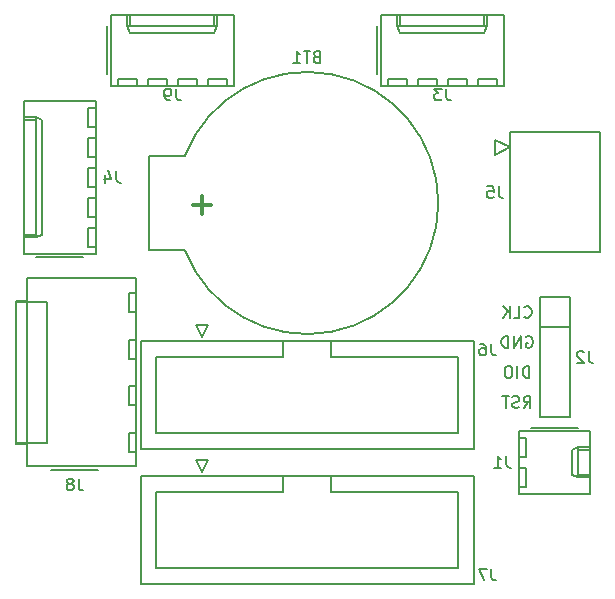
<source format=gbo>
G04 #@! TF.GenerationSoftware,KiCad,Pcbnew,5.1.5+dfsg1-2build2*
G04 #@! TF.CreationDate,2021-05-10T22:18:05+03:00*
G04 #@! TF.ProjectId,HUB75_Clock,48554237-355f-4436-9c6f-636b2e6b6963,rev?*
G04 #@! TF.SameCoordinates,Original*
G04 #@! TF.FileFunction,Legend,Bot*
G04 #@! TF.FilePolarity,Positive*
%FSLAX46Y46*%
G04 Gerber Fmt 4.6, Leading zero omitted, Abs format (unit mm)*
G04 Created by KiCad (PCBNEW 5.1.5+dfsg1-2build2) date 2021-05-10 22:18:05*
%MOMM*%
%LPD*%
G04 APERTURE LIST*
%ADD10C,0.150000*%
%ADD11C,0.120000*%
%ADD12C,0.300000*%
%ADD13C,2.102000*%
%ADD14C,0.100000*%
%ADD15C,3.102000*%
%ADD16C,1.902000*%
%ADD17C,2.502000*%
%ADD18C,1.102000*%
%ADD19O,1.102000X1.102000*%
%ADD20C,6.602000*%
G04 APERTURE END LIST*
D10*
X166827619Y-114342380D02*
X167160952Y-113866190D01*
X167399047Y-114342380D02*
X167399047Y-113342380D01*
X167018095Y-113342380D01*
X166922857Y-113390000D01*
X166875238Y-113437619D01*
X166827619Y-113532857D01*
X166827619Y-113675714D01*
X166875238Y-113770952D01*
X166922857Y-113818571D01*
X167018095Y-113866190D01*
X167399047Y-113866190D01*
X166446666Y-114294761D02*
X166303809Y-114342380D01*
X166065714Y-114342380D01*
X165970476Y-114294761D01*
X165922857Y-114247142D01*
X165875238Y-114151904D01*
X165875238Y-114056666D01*
X165922857Y-113961428D01*
X165970476Y-113913809D01*
X166065714Y-113866190D01*
X166256190Y-113818571D01*
X166351428Y-113770952D01*
X166399047Y-113723333D01*
X166446666Y-113628095D01*
X166446666Y-113532857D01*
X166399047Y-113437619D01*
X166351428Y-113390000D01*
X166256190Y-113342380D01*
X166018095Y-113342380D01*
X165875238Y-113390000D01*
X165589523Y-113342380D02*
X165018095Y-113342380D01*
X165303809Y-114342380D02*
X165303809Y-113342380D01*
X167303809Y-111802380D02*
X167303809Y-110802380D01*
X167065714Y-110802380D01*
X166922857Y-110850000D01*
X166827619Y-110945238D01*
X166780000Y-111040476D01*
X166732380Y-111230952D01*
X166732380Y-111373809D01*
X166780000Y-111564285D01*
X166827619Y-111659523D01*
X166922857Y-111754761D01*
X167065714Y-111802380D01*
X167303809Y-111802380D01*
X166303809Y-111802380D02*
X166303809Y-110802380D01*
X165637142Y-110802380D02*
X165446666Y-110802380D01*
X165351428Y-110850000D01*
X165256190Y-110945238D01*
X165208571Y-111135714D01*
X165208571Y-111469047D01*
X165256190Y-111659523D01*
X165351428Y-111754761D01*
X165446666Y-111802380D01*
X165637142Y-111802380D01*
X165732380Y-111754761D01*
X165827619Y-111659523D01*
X165875238Y-111469047D01*
X165875238Y-111135714D01*
X165827619Y-110945238D01*
X165732380Y-110850000D01*
X165637142Y-110802380D01*
X167041904Y-108310000D02*
X167137142Y-108262380D01*
X167280000Y-108262380D01*
X167422857Y-108310000D01*
X167518095Y-108405238D01*
X167565714Y-108500476D01*
X167613333Y-108690952D01*
X167613333Y-108833809D01*
X167565714Y-109024285D01*
X167518095Y-109119523D01*
X167422857Y-109214761D01*
X167280000Y-109262380D01*
X167184761Y-109262380D01*
X167041904Y-109214761D01*
X166994285Y-109167142D01*
X166994285Y-108833809D01*
X167184761Y-108833809D01*
X166565714Y-109262380D02*
X166565714Y-108262380D01*
X165994285Y-109262380D01*
X165994285Y-108262380D01*
X165518095Y-109262380D02*
X165518095Y-108262380D01*
X165280000Y-108262380D01*
X165137142Y-108310000D01*
X165041904Y-108405238D01*
X164994285Y-108500476D01*
X164946666Y-108690952D01*
X164946666Y-108833809D01*
X164994285Y-109024285D01*
X165041904Y-109119523D01*
X165137142Y-109214761D01*
X165280000Y-109262380D01*
X165518095Y-109262380D01*
X166875238Y-106627142D02*
X166922857Y-106674761D01*
X167065714Y-106722380D01*
X167160952Y-106722380D01*
X167303809Y-106674761D01*
X167399047Y-106579523D01*
X167446666Y-106484285D01*
X167494285Y-106293809D01*
X167494285Y-106150952D01*
X167446666Y-105960476D01*
X167399047Y-105865238D01*
X167303809Y-105770000D01*
X167160952Y-105722380D01*
X167065714Y-105722380D01*
X166922857Y-105770000D01*
X166875238Y-105817619D01*
X165970476Y-106722380D02*
X166446666Y-106722380D01*
X166446666Y-105722380D01*
X165637142Y-106722380D02*
X165637142Y-105722380D01*
X165065714Y-106722380D02*
X165494285Y-106150952D01*
X165065714Y-105722380D02*
X165637142Y-106293809D01*
X141680000Y-86475000D02*
X141680000Y-87075000D01*
X140080000Y-86475000D02*
X141680000Y-86475000D01*
X140080000Y-87075000D02*
X140080000Y-86475000D01*
X139140000Y-86475000D02*
X139140000Y-87075000D01*
X137540000Y-86475000D02*
X139140000Y-86475000D01*
X137540000Y-87075000D02*
X137540000Y-86475000D01*
X136600000Y-86475000D02*
X136600000Y-87075000D01*
X135000000Y-86475000D02*
X136600000Y-86475000D01*
X135000000Y-87075000D02*
X135000000Y-86475000D01*
X134060000Y-86475000D02*
X134060000Y-87075000D01*
X132460000Y-86475000D02*
X134060000Y-86475000D01*
X132460000Y-87075000D02*
X132460000Y-86475000D01*
X140630000Y-81055000D02*
X140630000Y-82055000D01*
X133510000Y-81055000D02*
X133510000Y-82055000D01*
X140630000Y-82585000D02*
X140880000Y-82055000D01*
X133510000Y-82585000D02*
X140630000Y-82585000D01*
X133260000Y-82055000D02*
X133510000Y-82585000D01*
X140880000Y-82055000D02*
X140880000Y-81055000D01*
X133260000Y-82055000D02*
X140880000Y-82055000D01*
X133260000Y-81055000D02*
X133260000Y-82055000D01*
X131590000Y-86045000D02*
X131590000Y-82045000D01*
X142260000Y-87075000D02*
X131880000Y-87075000D01*
X142260000Y-81055000D02*
X142260000Y-87075000D01*
X131880000Y-81055000D02*
X142260000Y-81055000D01*
X131880000Y-87075000D02*
X131880000Y-81055000D01*
X133435000Y-104610000D02*
X134035000Y-104610000D01*
X133435000Y-106210000D02*
X133435000Y-104610000D01*
X134035000Y-106210000D02*
X133435000Y-106210000D01*
X133435000Y-108570000D02*
X134035000Y-108570000D01*
X133435000Y-110170000D02*
X133435000Y-108570000D01*
X134035000Y-110170000D02*
X133435000Y-110170000D01*
X133435000Y-112530000D02*
X134035000Y-112530000D01*
X133435000Y-114130000D02*
X133435000Y-112530000D01*
X134035000Y-114130000D02*
X133435000Y-114130000D01*
X133435000Y-116490000D02*
X134035000Y-116490000D01*
X133435000Y-118090000D02*
X133435000Y-116490000D01*
X134035000Y-118090000D02*
X133435000Y-118090000D01*
X126475000Y-105410000D02*
X123805000Y-105410000D01*
X126475000Y-117290000D02*
X126475000Y-105410000D01*
X123805000Y-117290000D02*
X126475000Y-117290000D01*
X130815000Y-119600000D02*
X126815000Y-119600000D01*
X124810000Y-119310000D02*
X134035000Y-119310000D01*
X123805000Y-117405000D02*
X124810000Y-117405000D01*
X123805000Y-105295000D02*
X123805000Y-117405000D01*
X124810000Y-105295000D02*
X123805000Y-105295000D01*
X124810000Y-103390000D02*
X124810000Y-119310000D01*
X134035000Y-103390000D02*
X124810000Y-103390000D01*
X134035000Y-119310000D02*
X134035000Y-103390000D01*
X129975000Y-88960000D02*
X130575000Y-88960000D01*
X129975000Y-90560000D02*
X129975000Y-88960000D01*
X130575000Y-90560000D02*
X129975000Y-90560000D01*
X129975000Y-91500000D02*
X130575000Y-91500000D01*
X129975000Y-93100000D02*
X129975000Y-91500000D01*
X130575000Y-93100000D02*
X129975000Y-93100000D01*
X129975000Y-94040000D02*
X130575000Y-94040000D01*
X129975000Y-95640000D02*
X129975000Y-94040000D01*
X130575000Y-95640000D02*
X129975000Y-95640000D01*
X129975000Y-96580000D02*
X130575000Y-96580000D01*
X129975000Y-98180000D02*
X129975000Y-96580000D01*
X130575000Y-98180000D02*
X129975000Y-98180000D01*
X129975000Y-99120000D02*
X130575000Y-99120000D01*
X129975000Y-100720000D02*
X129975000Y-99120000D01*
X130575000Y-100720000D02*
X129975000Y-100720000D01*
X124555000Y-90010000D02*
X125555000Y-90010000D01*
X124555000Y-99670000D02*
X125555000Y-99670000D01*
X126085000Y-90010000D02*
X125555000Y-89760000D01*
X126085000Y-99670000D02*
X126085000Y-90010000D01*
X125555000Y-99920000D02*
X126085000Y-99670000D01*
X125555000Y-89760000D02*
X124555000Y-89760000D01*
X125555000Y-99920000D02*
X125555000Y-89760000D01*
X124555000Y-99920000D02*
X125555000Y-99920000D01*
X129545000Y-101590000D02*
X125545000Y-101590000D01*
X130575000Y-88380000D02*
X130575000Y-101300000D01*
X124555000Y-88380000D02*
X130575000Y-88380000D01*
X124555000Y-101300000D02*
X124555000Y-88380000D01*
X130575000Y-101300000D02*
X124555000Y-101300000D01*
X164540000Y-86475000D02*
X164540000Y-87075000D01*
X162940000Y-86475000D02*
X164540000Y-86475000D01*
X162940000Y-87075000D02*
X162940000Y-86475000D01*
X162000000Y-86475000D02*
X162000000Y-87075000D01*
X160400000Y-86475000D02*
X162000000Y-86475000D01*
X160400000Y-87075000D02*
X160400000Y-86475000D01*
X159460000Y-86475000D02*
X159460000Y-87075000D01*
X157860000Y-86475000D02*
X159460000Y-86475000D01*
X157860000Y-87075000D02*
X157860000Y-86475000D01*
X156920000Y-86475000D02*
X156920000Y-87075000D01*
X155320000Y-86475000D02*
X156920000Y-86475000D01*
X155320000Y-87075000D02*
X155320000Y-86475000D01*
X163490000Y-81055000D02*
X163490000Y-82055000D01*
X156370000Y-81055000D02*
X156370000Y-82055000D01*
X163490000Y-82585000D02*
X163740000Y-82055000D01*
X156370000Y-82585000D02*
X163490000Y-82585000D01*
X156120000Y-82055000D02*
X156370000Y-82585000D01*
X163740000Y-82055000D02*
X163740000Y-81055000D01*
X156120000Y-82055000D02*
X163740000Y-82055000D01*
X156120000Y-81055000D02*
X156120000Y-82055000D01*
X154450000Y-86045000D02*
X154450000Y-82045000D01*
X165120000Y-87075000D02*
X154740000Y-87075000D01*
X165120000Y-81055000D02*
X165120000Y-87075000D01*
X154740000Y-81055000D02*
X165120000Y-81055000D01*
X154740000Y-87075000D02*
X154740000Y-81055000D01*
X167025000Y-121040000D02*
X166425000Y-121040000D01*
X167025000Y-119440000D02*
X167025000Y-121040000D01*
X166425000Y-119440000D02*
X167025000Y-119440000D01*
X167025000Y-118500000D02*
X166425000Y-118500000D01*
X167025000Y-116900000D02*
X167025000Y-118500000D01*
X166425000Y-116900000D02*
X167025000Y-116900000D01*
X172445000Y-119990000D02*
X171445000Y-119990000D01*
X172445000Y-117950000D02*
X171445000Y-117950000D01*
X170915000Y-119990000D02*
X171445000Y-120240000D01*
X170915000Y-117950000D02*
X170915000Y-119990000D01*
X171445000Y-117700000D02*
X170915000Y-117950000D01*
X171445000Y-120240000D02*
X172445000Y-120240000D01*
X171445000Y-117700000D02*
X171445000Y-120240000D01*
X172445000Y-117700000D02*
X171445000Y-117700000D01*
X167455000Y-116030000D02*
X171455000Y-116030000D01*
X166425000Y-121620000D02*
X166425000Y-116320000D01*
X172445000Y-121620000D02*
X166425000Y-121620000D01*
X172445000Y-116320000D02*
X172445000Y-121620000D01*
X166425000Y-116320000D02*
X172445000Y-116320000D01*
X140110000Y-118735000D02*
X139610000Y-119735000D01*
X139110000Y-118735000D02*
X140110000Y-118735000D01*
X139610000Y-119735000D02*
X139110000Y-118735000D01*
X150550000Y-121435000D02*
X150550000Y-120125000D01*
D11*
X150550000Y-121435000D02*
X150550000Y-121435000D01*
D10*
X161300000Y-121435000D02*
X150550000Y-121435000D01*
X161300000Y-127935000D02*
X161300000Y-121435000D01*
X135700000Y-127935000D02*
X161300000Y-127935000D01*
X135700000Y-121435000D02*
X135700000Y-127935000D01*
X146450000Y-121435000D02*
X135700000Y-121435000D01*
X146450000Y-120125000D02*
X146450000Y-121435000D01*
X162600000Y-120125000D02*
X134400000Y-120125000D01*
X162600000Y-129245000D02*
X162600000Y-120125000D01*
X134400000Y-129245000D02*
X162600000Y-129245000D01*
X134400000Y-120125000D02*
X134400000Y-129245000D01*
X140110000Y-107305000D02*
X139610000Y-108305000D01*
X139110000Y-107305000D02*
X140110000Y-107305000D01*
X139610000Y-108305000D02*
X139110000Y-107305000D01*
X150550000Y-110005000D02*
X150550000Y-108695000D01*
D11*
X150550000Y-110005000D02*
X150550000Y-110005000D01*
D10*
X161300000Y-110005000D02*
X150550000Y-110005000D01*
X161300000Y-116505000D02*
X161300000Y-110005000D01*
X135700000Y-116505000D02*
X161300000Y-116505000D01*
X135700000Y-110005000D02*
X135700000Y-116505000D01*
X146450000Y-110005000D02*
X135700000Y-110005000D01*
X146450000Y-108695000D02*
X146450000Y-110005000D01*
X162600000Y-108695000D02*
X134400000Y-108695000D01*
X162600000Y-117815000D02*
X162600000Y-108695000D01*
X134400000Y-117815000D02*
X162600000Y-117815000D01*
X134400000Y-108695000D02*
X134400000Y-117815000D01*
X173265000Y-101190000D02*
X173265000Y-91030000D01*
X173265000Y-101190000D02*
X165645000Y-101190000D01*
X165645000Y-101190000D02*
X165645000Y-91030000D01*
X165645000Y-91030000D02*
X173265000Y-91030000D01*
X165645000Y-92300000D02*
X164375000Y-92935000D01*
X164375000Y-92935000D02*
X164375000Y-91665000D01*
X164375000Y-91665000D02*
X165645000Y-92300000D01*
X170725000Y-115160000D02*
X168185000Y-115160000D01*
X170725000Y-105000000D02*
X170725000Y-115160000D01*
X168185000Y-105000000D02*
X168185000Y-115160000D01*
X170725000Y-107540000D02*
X168185000Y-107540000D01*
X170725000Y-105000000D02*
X168185000Y-105000000D01*
X138150000Y-101000000D02*
X135100000Y-101000000D01*
X135100000Y-93000000D02*
X135100000Y-101000000D01*
X138152768Y-92992845D02*
G75*
G02X138150000Y-101000000I10347232J-4007155D01*
G01*
X138150000Y-93000000D02*
X135100000Y-93000000D01*
X137403333Y-87307380D02*
X137403333Y-88021666D01*
X137450952Y-88164523D01*
X137546190Y-88259761D01*
X137689047Y-88307380D01*
X137784285Y-88307380D01*
X136879523Y-88307380D02*
X136689047Y-88307380D01*
X136593809Y-88259761D01*
X136546190Y-88212142D01*
X136450952Y-88069285D01*
X136403333Y-87878809D01*
X136403333Y-87497857D01*
X136450952Y-87402619D01*
X136498571Y-87355000D01*
X136593809Y-87307380D01*
X136784285Y-87307380D01*
X136879523Y-87355000D01*
X136927142Y-87402619D01*
X136974761Y-87497857D01*
X136974761Y-87735952D01*
X136927142Y-87831190D01*
X136879523Y-87878809D01*
X136784285Y-87926428D01*
X136593809Y-87926428D01*
X136498571Y-87878809D01*
X136450952Y-87831190D01*
X136403333Y-87735952D01*
X129148333Y-120327380D02*
X129148333Y-121041666D01*
X129195952Y-121184523D01*
X129291190Y-121279761D01*
X129434047Y-121327380D01*
X129529285Y-121327380D01*
X128529285Y-120755952D02*
X128624523Y-120708333D01*
X128672142Y-120660714D01*
X128719761Y-120565476D01*
X128719761Y-120517857D01*
X128672142Y-120422619D01*
X128624523Y-120375000D01*
X128529285Y-120327380D01*
X128338809Y-120327380D01*
X128243571Y-120375000D01*
X128195952Y-120422619D01*
X128148333Y-120517857D01*
X128148333Y-120565476D01*
X128195952Y-120660714D01*
X128243571Y-120708333D01*
X128338809Y-120755952D01*
X128529285Y-120755952D01*
X128624523Y-120803571D01*
X128672142Y-120851190D01*
X128719761Y-120946428D01*
X128719761Y-121136904D01*
X128672142Y-121232142D01*
X128624523Y-121279761D01*
X128529285Y-121327380D01*
X128338809Y-121327380D01*
X128243571Y-121279761D01*
X128195952Y-121232142D01*
X128148333Y-121136904D01*
X128148333Y-120946428D01*
X128195952Y-120851190D01*
X128243571Y-120803571D01*
X128338809Y-120755952D01*
X132323333Y-94292380D02*
X132323333Y-95006666D01*
X132370952Y-95149523D01*
X132466190Y-95244761D01*
X132609047Y-95292380D01*
X132704285Y-95292380D01*
X131418571Y-94625714D02*
X131418571Y-95292380D01*
X131656666Y-94244761D02*
X131894761Y-94959047D01*
X131275714Y-94959047D01*
X160263333Y-87307380D02*
X160263333Y-88021666D01*
X160310952Y-88164523D01*
X160406190Y-88259761D01*
X160549047Y-88307380D01*
X160644285Y-88307380D01*
X159882380Y-87307380D02*
X159263333Y-87307380D01*
X159596666Y-87688333D01*
X159453809Y-87688333D01*
X159358571Y-87735952D01*
X159310952Y-87783571D01*
X159263333Y-87878809D01*
X159263333Y-88116904D01*
X159310952Y-88212142D01*
X159358571Y-88259761D01*
X159453809Y-88307380D01*
X159739523Y-88307380D01*
X159834761Y-88259761D01*
X159882380Y-88212142D01*
X165343333Y-118422380D02*
X165343333Y-119136666D01*
X165390952Y-119279523D01*
X165486190Y-119374761D01*
X165629047Y-119422380D01*
X165724285Y-119422380D01*
X164343333Y-119422380D02*
X164914761Y-119422380D01*
X164629047Y-119422380D02*
X164629047Y-118422380D01*
X164724285Y-118565238D01*
X164819523Y-118660476D01*
X164914761Y-118708095D01*
X164073333Y-127947380D02*
X164073333Y-128661666D01*
X164120952Y-128804523D01*
X164216190Y-128899761D01*
X164359047Y-128947380D01*
X164454285Y-128947380D01*
X163692380Y-127947380D02*
X163025714Y-127947380D01*
X163454285Y-128947380D01*
X164073333Y-108897380D02*
X164073333Y-109611666D01*
X164120952Y-109754523D01*
X164216190Y-109849761D01*
X164359047Y-109897380D01*
X164454285Y-109897380D01*
X163168571Y-108897380D02*
X163359047Y-108897380D01*
X163454285Y-108945000D01*
X163501904Y-108992619D01*
X163597142Y-109135476D01*
X163644761Y-109325952D01*
X163644761Y-109706904D01*
X163597142Y-109802142D01*
X163549523Y-109849761D01*
X163454285Y-109897380D01*
X163263809Y-109897380D01*
X163168571Y-109849761D01*
X163120952Y-109802142D01*
X163073333Y-109706904D01*
X163073333Y-109468809D01*
X163120952Y-109373571D01*
X163168571Y-109325952D01*
X163263809Y-109278333D01*
X163454285Y-109278333D01*
X163549523Y-109325952D01*
X163597142Y-109373571D01*
X163644761Y-109468809D01*
X164708333Y-95562380D02*
X164708333Y-96276666D01*
X164755952Y-96419523D01*
X164851190Y-96514761D01*
X164994047Y-96562380D01*
X165089285Y-96562380D01*
X163755952Y-95562380D02*
X164232142Y-95562380D01*
X164279761Y-96038571D01*
X164232142Y-95990952D01*
X164136904Y-95943333D01*
X163898809Y-95943333D01*
X163803571Y-95990952D01*
X163755952Y-96038571D01*
X163708333Y-96133809D01*
X163708333Y-96371904D01*
X163755952Y-96467142D01*
X163803571Y-96514761D01*
X163898809Y-96562380D01*
X164136904Y-96562380D01*
X164232142Y-96514761D01*
X164279761Y-96467142D01*
X172328333Y-109532380D02*
X172328333Y-110246666D01*
X172375952Y-110389523D01*
X172471190Y-110484761D01*
X172614047Y-110532380D01*
X172709285Y-110532380D01*
X171899761Y-109627619D02*
X171852142Y-109580000D01*
X171756904Y-109532380D01*
X171518809Y-109532380D01*
X171423571Y-109580000D01*
X171375952Y-109627619D01*
X171328333Y-109722857D01*
X171328333Y-109818095D01*
X171375952Y-109960952D01*
X171947380Y-110532380D01*
X171328333Y-110532380D01*
X149285714Y-84608571D02*
X149142857Y-84656190D01*
X149095238Y-84703809D01*
X149047619Y-84799047D01*
X149047619Y-84941904D01*
X149095238Y-85037142D01*
X149142857Y-85084761D01*
X149238095Y-85132380D01*
X149619047Y-85132380D01*
X149619047Y-84132380D01*
X149285714Y-84132380D01*
X149190476Y-84180000D01*
X149142857Y-84227619D01*
X149095238Y-84322857D01*
X149095238Y-84418095D01*
X149142857Y-84513333D01*
X149190476Y-84560952D01*
X149285714Y-84608571D01*
X149619047Y-84608571D01*
X148761904Y-84132380D02*
X148190476Y-84132380D01*
X148476190Y-85132380D02*
X148476190Y-84132380D01*
X147333333Y-85132380D02*
X147904761Y-85132380D01*
X147619047Y-85132380D02*
X147619047Y-84132380D01*
X147714285Y-84275238D01*
X147809523Y-84370476D01*
X147904761Y-84418095D01*
D12*
X140371904Y-97142857D02*
X138848095Y-97142857D01*
X139610000Y-97904761D02*
X139610000Y-96380952D01*
%LPC*%
D13*
X140880000Y-84045000D03*
X138340000Y-84045000D03*
X135800000Y-84045000D03*
D14*
G36*
X134074004Y-82995265D02*
G01*
X134099510Y-82999049D01*
X134124522Y-83005314D01*
X134148800Y-83014001D01*
X134172109Y-83025025D01*
X134194226Y-83038281D01*
X134214937Y-83053642D01*
X134234042Y-83070958D01*
X134251358Y-83090063D01*
X134266719Y-83110774D01*
X134279975Y-83132891D01*
X134290999Y-83156200D01*
X134299686Y-83180478D01*
X134305951Y-83205490D01*
X134309735Y-83230996D01*
X134311000Y-83256750D01*
X134311000Y-84833250D01*
X134309735Y-84859004D01*
X134305951Y-84884510D01*
X134299686Y-84909522D01*
X134290999Y-84933800D01*
X134279975Y-84957109D01*
X134266719Y-84979226D01*
X134251358Y-84999937D01*
X134234042Y-85019042D01*
X134214937Y-85036358D01*
X134194226Y-85051719D01*
X134172109Y-85064975D01*
X134148800Y-85075999D01*
X134124522Y-85084686D01*
X134099510Y-85090951D01*
X134074004Y-85094735D01*
X134048250Y-85096000D01*
X132471750Y-85096000D01*
X132445996Y-85094735D01*
X132420490Y-85090951D01*
X132395478Y-85084686D01*
X132371200Y-85075999D01*
X132347891Y-85064975D01*
X132325774Y-85051719D01*
X132305063Y-85036358D01*
X132285958Y-85019042D01*
X132268642Y-84999937D01*
X132253281Y-84979226D01*
X132240025Y-84957109D01*
X132229001Y-84933800D01*
X132220314Y-84909522D01*
X132214049Y-84884510D01*
X132210265Y-84859004D01*
X132209000Y-84833250D01*
X132209000Y-83256750D01*
X132210265Y-83230996D01*
X132214049Y-83205490D01*
X132220314Y-83180478D01*
X132229001Y-83156200D01*
X132240025Y-83132891D01*
X132253281Y-83110774D01*
X132268642Y-83090063D01*
X132285958Y-83070958D01*
X132305063Y-83053642D01*
X132325774Y-83038281D01*
X132347891Y-83025025D01*
X132371200Y-83014001D01*
X132395478Y-83005314D01*
X132420490Y-82999049D01*
X132445996Y-82995265D01*
X132471750Y-82994000D01*
X134048250Y-82994000D01*
X134074004Y-82995265D01*
G37*
D15*
X128815000Y-105410000D03*
X128815000Y-109370000D03*
X128815000Y-113330000D03*
D14*
G36*
X130133770Y-115740240D02*
G01*
X130158763Y-115743947D01*
X130183272Y-115750086D01*
X130207062Y-115758598D01*
X130229903Y-115769401D01*
X130251574Y-115782391D01*
X130271869Y-115797442D01*
X130290590Y-115814410D01*
X130307558Y-115833131D01*
X130322609Y-115853426D01*
X130335599Y-115875097D01*
X130346402Y-115897938D01*
X130354914Y-115921728D01*
X130361053Y-115946237D01*
X130364760Y-115971230D01*
X130366000Y-115996466D01*
X130366000Y-118583534D01*
X130364760Y-118608770D01*
X130361053Y-118633763D01*
X130354914Y-118658272D01*
X130346402Y-118682062D01*
X130335599Y-118704903D01*
X130322609Y-118726574D01*
X130307558Y-118746869D01*
X130290590Y-118765590D01*
X130271869Y-118782558D01*
X130251574Y-118797609D01*
X130229903Y-118810599D01*
X130207062Y-118821402D01*
X130183272Y-118829914D01*
X130158763Y-118836053D01*
X130133770Y-118839760D01*
X130108534Y-118841000D01*
X127521466Y-118841000D01*
X127496230Y-118839760D01*
X127471237Y-118836053D01*
X127446728Y-118829914D01*
X127422938Y-118821402D01*
X127400097Y-118810599D01*
X127378426Y-118797609D01*
X127358131Y-118782558D01*
X127339410Y-118765590D01*
X127322442Y-118746869D01*
X127307391Y-118726574D01*
X127294401Y-118704903D01*
X127283598Y-118682062D01*
X127275086Y-118658272D01*
X127268947Y-118633763D01*
X127265240Y-118608770D01*
X127264000Y-118583534D01*
X127264000Y-115996466D01*
X127265240Y-115971230D01*
X127268947Y-115946237D01*
X127275086Y-115921728D01*
X127283598Y-115897938D01*
X127294401Y-115875097D01*
X127307391Y-115853426D01*
X127322442Y-115833131D01*
X127339410Y-115814410D01*
X127358131Y-115797442D01*
X127378426Y-115782391D01*
X127400097Y-115769401D01*
X127422938Y-115758598D01*
X127446728Y-115750086D01*
X127471237Y-115743947D01*
X127496230Y-115740240D01*
X127521466Y-115739000D01*
X130108534Y-115739000D01*
X130133770Y-115740240D01*
G37*
D13*
X127545000Y-89760000D03*
X127545000Y-92300000D03*
X127545000Y-94840000D03*
X127545000Y-97380000D03*
D14*
G36*
X128359004Y-98870265D02*
G01*
X128384510Y-98874049D01*
X128409522Y-98880314D01*
X128433800Y-98889001D01*
X128457109Y-98900025D01*
X128479226Y-98913281D01*
X128499937Y-98928642D01*
X128519042Y-98945958D01*
X128536358Y-98965063D01*
X128551719Y-98985774D01*
X128564975Y-99007891D01*
X128575999Y-99031200D01*
X128584686Y-99055478D01*
X128590951Y-99080490D01*
X128594735Y-99105996D01*
X128596000Y-99131750D01*
X128596000Y-100708250D01*
X128594735Y-100734004D01*
X128590951Y-100759510D01*
X128584686Y-100784522D01*
X128575999Y-100808800D01*
X128564975Y-100832109D01*
X128551719Y-100854226D01*
X128536358Y-100874937D01*
X128519042Y-100894042D01*
X128499937Y-100911358D01*
X128479226Y-100926719D01*
X128457109Y-100939975D01*
X128433800Y-100950999D01*
X128409522Y-100959686D01*
X128384510Y-100965951D01*
X128359004Y-100969735D01*
X128333250Y-100971000D01*
X126756750Y-100971000D01*
X126730996Y-100969735D01*
X126705490Y-100965951D01*
X126680478Y-100959686D01*
X126656200Y-100950999D01*
X126632891Y-100939975D01*
X126610774Y-100926719D01*
X126590063Y-100911358D01*
X126570958Y-100894042D01*
X126553642Y-100874937D01*
X126538281Y-100854226D01*
X126525025Y-100832109D01*
X126514001Y-100808800D01*
X126505314Y-100784522D01*
X126499049Y-100759510D01*
X126495265Y-100734004D01*
X126494000Y-100708250D01*
X126494000Y-99131750D01*
X126495265Y-99105996D01*
X126499049Y-99080490D01*
X126505314Y-99055478D01*
X126514001Y-99031200D01*
X126525025Y-99007891D01*
X126538281Y-98985774D01*
X126553642Y-98965063D01*
X126570958Y-98945958D01*
X126590063Y-98928642D01*
X126610774Y-98913281D01*
X126632891Y-98900025D01*
X126656200Y-98889001D01*
X126680478Y-98880314D01*
X126705490Y-98874049D01*
X126730996Y-98870265D01*
X126756750Y-98869000D01*
X128333250Y-98869000D01*
X128359004Y-98870265D01*
G37*
D13*
X163740000Y-84045000D03*
X161200000Y-84045000D03*
X158660000Y-84045000D03*
D14*
G36*
X156934004Y-82995265D02*
G01*
X156959510Y-82999049D01*
X156984522Y-83005314D01*
X157008800Y-83014001D01*
X157032109Y-83025025D01*
X157054226Y-83038281D01*
X157074937Y-83053642D01*
X157094042Y-83070958D01*
X157111358Y-83090063D01*
X157126719Y-83110774D01*
X157139975Y-83132891D01*
X157150999Y-83156200D01*
X157159686Y-83180478D01*
X157165951Y-83205490D01*
X157169735Y-83230996D01*
X157171000Y-83256750D01*
X157171000Y-84833250D01*
X157169735Y-84859004D01*
X157165951Y-84884510D01*
X157159686Y-84909522D01*
X157150999Y-84933800D01*
X157139975Y-84957109D01*
X157126719Y-84979226D01*
X157111358Y-84999937D01*
X157094042Y-85019042D01*
X157074937Y-85036358D01*
X157054226Y-85051719D01*
X157032109Y-85064975D01*
X157008800Y-85075999D01*
X156984522Y-85084686D01*
X156959510Y-85090951D01*
X156934004Y-85094735D01*
X156908250Y-85096000D01*
X155331750Y-85096000D01*
X155305996Y-85094735D01*
X155280490Y-85090951D01*
X155255478Y-85084686D01*
X155231200Y-85075999D01*
X155207891Y-85064975D01*
X155185774Y-85051719D01*
X155165063Y-85036358D01*
X155145958Y-85019042D01*
X155128642Y-84999937D01*
X155113281Y-84979226D01*
X155100025Y-84957109D01*
X155089001Y-84933800D01*
X155080314Y-84909522D01*
X155074049Y-84884510D01*
X155070265Y-84859004D01*
X155069000Y-84833250D01*
X155069000Y-83256750D01*
X155070265Y-83230996D01*
X155074049Y-83205490D01*
X155080314Y-83180478D01*
X155089001Y-83156200D01*
X155100025Y-83132891D01*
X155113281Y-83110774D01*
X155128642Y-83090063D01*
X155145958Y-83070958D01*
X155165063Y-83053642D01*
X155185774Y-83038281D01*
X155207891Y-83025025D01*
X155231200Y-83014001D01*
X155255478Y-83005314D01*
X155280490Y-82999049D01*
X155305996Y-82995265D01*
X155331750Y-82994000D01*
X156908250Y-82994000D01*
X156934004Y-82995265D01*
G37*
D13*
X169455000Y-120240000D03*
D14*
G36*
X170242460Y-116650407D02*
G01*
X170270823Y-116654614D01*
X170298637Y-116661581D01*
X170325634Y-116671241D01*
X170351554Y-116683500D01*
X170376147Y-116698241D01*
X170399178Y-116715321D01*
X170420423Y-116734577D01*
X170439679Y-116755822D01*
X170456759Y-116778853D01*
X170471500Y-116803446D01*
X170483759Y-116829366D01*
X170493419Y-116856363D01*
X170500386Y-116884177D01*
X170504593Y-116912540D01*
X170506000Y-116941178D01*
X170506000Y-118458822D01*
X170504593Y-118487460D01*
X170500386Y-118515823D01*
X170493419Y-118543637D01*
X170483759Y-118570634D01*
X170471500Y-118596554D01*
X170456759Y-118621147D01*
X170439679Y-118644178D01*
X170420423Y-118665423D01*
X170399178Y-118684679D01*
X170376147Y-118701759D01*
X170351554Y-118716500D01*
X170325634Y-118728759D01*
X170298637Y-118738419D01*
X170270823Y-118745386D01*
X170242460Y-118749593D01*
X170213822Y-118751000D01*
X168696178Y-118751000D01*
X168667540Y-118749593D01*
X168639177Y-118745386D01*
X168611363Y-118738419D01*
X168584366Y-118728759D01*
X168558446Y-118716500D01*
X168533853Y-118701759D01*
X168510822Y-118684679D01*
X168489577Y-118665423D01*
X168470321Y-118644178D01*
X168453241Y-118621147D01*
X168438500Y-118596554D01*
X168426241Y-118570634D01*
X168416581Y-118543637D01*
X168409614Y-118515823D01*
X168405407Y-118487460D01*
X168404000Y-118458822D01*
X168404000Y-116941178D01*
X168405407Y-116912540D01*
X168409614Y-116884177D01*
X168416581Y-116856363D01*
X168426241Y-116829366D01*
X168438500Y-116803446D01*
X168453241Y-116778853D01*
X168470321Y-116755822D01*
X168489577Y-116734577D01*
X168510822Y-116715321D01*
X168533853Y-116698241D01*
X168558446Y-116683500D01*
X168584366Y-116671241D01*
X168611363Y-116661581D01*
X168639177Y-116654614D01*
X168667540Y-116650407D01*
X168696178Y-116649000D01*
X170213822Y-116649000D01*
X170242460Y-116650407D01*
G37*
D16*
X157390000Y-125955000D03*
X154850000Y-125955000D03*
X152310000Y-125955000D03*
X149770000Y-125955000D03*
X147230000Y-125955000D03*
X144690000Y-125955000D03*
X142150000Y-125955000D03*
X139610000Y-125955000D03*
X157390000Y-123415000D03*
X154850000Y-123415000D03*
X152310000Y-123415000D03*
X149770000Y-123415000D03*
X147230000Y-123415000D03*
X144690000Y-123415000D03*
X142150000Y-123415000D03*
D14*
G36*
X140322536Y-122465273D02*
G01*
X140348200Y-122469080D01*
X140373367Y-122475384D01*
X140397795Y-122484125D01*
X140421249Y-122495217D01*
X140443503Y-122508556D01*
X140464342Y-122524011D01*
X140483565Y-122541435D01*
X140500989Y-122560658D01*
X140516444Y-122581497D01*
X140529783Y-122603751D01*
X140540875Y-122627205D01*
X140549616Y-122651633D01*
X140555920Y-122676800D01*
X140559727Y-122702464D01*
X140561000Y-122728378D01*
X140561000Y-124101622D01*
X140559727Y-124127536D01*
X140555920Y-124153200D01*
X140549616Y-124178367D01*
X140540875Y-124202795D01*
X140529783Y-124226249D01*
X140516444Y-124248503D01*
X140500989Y-124269342D01*
X140483565Y-124288565D01*
X140464342Y-124305989D01*
X140443503Y-124321444D01*
X140421249Y-124334783D01*
X140397795Y-124345875D01*
X140373367Y-124354616D01*
X140348200Y-124360920D01*
X140322536Y-124364727D01*
X140296622Y-124366000D01*
X138923378Y-124366000D01*
X138897464Y-124364727D01*
X138871800Y-124360920D01*
X138846633Y-124354616D01*
X138822205Y-124345875D01*
X138798751Y-124334783D01*
X138776497Y-124321444D01*
X138755658Y-124305989D01*
X138736435Y-124288565D01*
X138719011Y-124269342D01*
X138703556Y-124248503D01*
X138690217Y-124226249D01*
X138679125Y-124202795D01*
X138670384Y-124178367D01*
X138664080Y-124153200D01*
X138660273Y-124127536D01*
X138659000Y-124101622D01*
X138659000Y-122728378D01*
X138660273Y-122702464D01*
X138664080Y-122676800D01*
X138670384Y-122651633D01*
X138679125Y-122627205D01*
X138690217Y-122603751D01*
X138703556Y-122581497D01*
X138719011Y-122560658D01*
X138736435Y-122541435D01*
X138755658Y-122524011D01*
X138776497Y-122508556D01*
X138798751Y-122495217D01*
X138822205Y-122484125D01*
X138846633Y-122475384D01*
X138871800Y-122469080D01*
X138897464Y-122465273D01*
X138923378Y-122464000D01*
X140296622Y-122464000D01*
X140322536Y-122465273D01*
G37*
D16*
X157390000Y-114525000D03*
X154850000Y-114525000D03*
X152310000Y-114525000D03*
X149770000Y-114525000D03*
X147230000Y-114525000D03*
X144690000Y-114525000D03*
X142150000Y-114525000D03*
X139610000Y-114525000D03*
X157390000Y-111985000D03*
X154850000Y-111985000D03*
X152310000Y-111985000D03*
X149770000Y-111985000D03*
X147230000Y-111985000D03*
X144690000Y-111985000D03*
X142150000Y-111985000D03*
D14*
G36*
X140322536Y-111035273D02*
G01*
X140348200Y-111039080D01*
X140373367Y-111045384D01*
X140397795Y-111054125D01*
X140421249Y-111065217D01*
X140443503Y-111078556D01*
X140464342Y-111094011D01*
X140483565Y-111111435D01*
X140500989Y-111130658D01*
X140516444Y-111151497D01*
X140529783Y-111173751D01*
X140540875Y-111197205D01*
X140549616Y-111221633D01*
X140555920Y-111246800D01*
X140559727Y-111272464D01*
X140561000Y-111298378D01*
X140561000Y-112671622D01*
X140559727Y-112697536D01*
X140555920Y-112723200D01*
X140549616Y-112748367D01*
X140540875Y-112772795D01*
X140529783Y-112796249D01*
X140516444Y-112818503D01*
X140500989Y-112839342D01*
X140483565Y-112858565D01*
X140464342Y-112875989D01*
X140443503Y-112891444D01*
X140421249Y-112904783D01*
X140397795Y-112915875D01*
X140373367Y-112924616D01*
X140348200Y-112930920D01*
X140322536Y-112934727D01*
X140296622Y-112936000D01*
X138923378Y-112936000D01*
X138897464Y-112934727D01*
X138871800Y-112930920D01*
X138846633Y-112924616D01*
X138822205Y-112915875D01*
X138798751Y-112904783D01*
X138776497Y-112891444D01*
X138755658Y-112875989D01*
X138736435Y-112858565D01*
X138719011Y-112839342D01*
X138703556Y-112818503D01*
X138690217Y-112796249D01*
X138679125Y-112772795D01*
X138670384Y-112748367D01*
X138664080Y-112723200D01*
X138660273Y-112697536D01*
X138659000Y-112671622D01*
X138659000Y-111298378D01*
X138660273Y-111272464D01*
X138664080Y-111246800D01*
X138670384Y-111221633D01*
X138679125Y-111197205D01*
X138690217Y-111173751D01*
X138703556Y-111151497D01*
X138719011Y-111130658D01*
X138736435Y-111111435D01*
X138755658Y-111094011D01*
X138776497Y-111078556D01*
X138798751Y-111065217D01*
X138822205Y-111054125D01*
X138846633Y-111045384D01*
X138871800Y-111039080D01*
X138897464Y-111035273D01*
X138923378Y-111034000D01*
X140296622Y-111034000D01*
X140322536Y-111035273D01*
G37*
D16*
X170725000Y-99920000D03*
X170725000Y-94840000D03*
X170725000Y-92300000D03*
X170725000Y-97380000D03*
X168185000Y-99920000D03*
X168185000Y-97380000D03*
D14*
G36*
X168897536Y-91350273D02*
G01*
X168923200Y-91354080D01*
X168948367Y-91360384D01*
X168972795Y-91369125D01*
X168996249Y-91380217D01*
X169018503Y-91393556D01*
X169039342Y-91409011D01*
X169058565Y-91426435D01*
X169075989Y-91445658D01*
X169091444Y-91466497D01*
X169104783Y-91488751D01*
X169115875Y-91512205D01*
X169124616Y-91536633D01*
X169130920Y-91561800D01*
X169134727Y-91587464D01*
X169136000Y-91613378D01*
X169136000Y-92986622D01*
X169134727Y-93012536D01*
X169130920Y-93038200D01*
X169124616Y-93063367D01*
X169115875Y-93087795D01*
X169104783Y-93111249D01*
X169091444Y-93133503D01*
X169075989Y-93154342D01*
X169058565Y-93173565D01*
X169039342Y-93190989D01*
X169018503Y-93206444D01*
X168996249Y-93219783D01*
X168972795Y-93230875D01*
X168948367Y-93239616D01*
X168923200Y-93245920D01*
X168897536Y-93249727D01*
X168871622Y-93251000D01*
X167498378Y-93251000D01*
X167472464Y-93249727D01*
X167446800Y-93245920D01*
X167421633Y-93239616D01*
X167397205Y-93230875D01*
X167373751Y-93219783D01*
X167351497Y-93206444D01*
X167330658Y-93190989D01*
X167311435Y-93173565D01*
X167294011Y-93154342D01*
X167278556Y-93133503D01*
X167265217Y-93111249D01*
X167254125Y-93087795D01*
X167245384Y-93063367D01*
X167239080Y-93038200D01*
X167235273Y-93012536D01*
X167234000Y-92986622D01*
X167234000Y-91613378D01*
X167235273Y-91587464D01*
X167239080Y-91561800D01*
X167245384Y-91536633D01*
X167254125Y-91512205D01*
X167265217Y-91488751D01*
X167278556Y-91466497D01*
X167294011Y-91445658D01*
X167311435Y-91426435D01*
X167330658Y-91409011D01*
X167351497Y-91393556D01*
X167373751Y-91380217D01*
X167397205Y-91369125D01*
X167421633Y-91360384D01*
X167446800Y-91354080D01*
X167472464Y-91350273D01*
X167498378Y-91349000D01*
X168871622Y-91349000D01*
X168897536Y-91350273D01*
G37*
D16*
X168185000Y-94840000D03*
D14*
G36*
X170269004Y-105220265D02*
G01*
X170294510Y-105224049D01*
X170319522Y-105230314D01*
X170343800Y-105239001D01*
X170367109Y-105250025D01*
X170389226Y-105263281D01*
X170409937Y-105278642D01*
X170429042Y-105295958D01*
X170446358Y-105315063D01*
X170461719Y-105335774D01*
X170474975Y-105357891D01*
X170485999Y-105381200D01*
X170494686Y-105405478D01*
X170500951Y-105430490D01*
X170504735Y-105455996D01*
X170506000Y-105481750D01*
X170506000Y-107058250D01*
X170504735Y-107084004D01*
X170500951Y-107109510D01*
X170494686Y-107134522D01*
X170485999Y-107158800D01*
X170474975Y-107182109D01*
X170461719Y-107204226D01*
X170446358Y-107224937D01*
X170429042Y-107244042D01*
X170409937Y-107261358D01*
X170389226Y-107276719D01*
X170367109Y-107289975D01*
X170343800Y-107300999D01*
X170319522Y-107309686D01*
X170294510Y-107315951D01*
X170269004Y-107319735D01*
X170243250Y-107321000D01*
X168666750Y-107321000D01*
X168640996Y-107319735D01*
X168615490Y-107315951D01*
X168590478Y-107309686D01*
X168566200Y-107300999D01*
X168542891Y-107289975D01*
X168520774Y-107276719D01*
X168500063Y-107261358D01*
X168480958Y-107244042D01*
X168463642Y-107224937D01*
X168448281Y-107204226D01*
X168435025Y-107182109D01*
X168424001Y-107158800D01*
X168415314Y-107134522D01*
X168409049Y-107109510D01*
X168405265Y-107084004D01*
X168404000Y-107058250D01*
X168404000Y-105481750D01*
X168405265Y-105455996D01*
X168409049Y-105430490D01*
X168415314Y-105405478D01*
X168424001Y-105381200D01*
X168435025Y-105357891D01*
X168448281Y-105335774D01*
X168463642Y-105315063D01*
X168480958Y-105295958D01*
X168500063Y-105278642D01*
X168520774Y-105263281D01*
X168542891Y-105250025D01*
X168566200Y-105239001D01*
X168590478Y-105230314D01*
X168615490Y-105224049D01*
X168640996Y-105220265D01*
X168666750Y-105219000D01*
X170243250Y-105219000D01*
X170269004Y-105220265D01*
G37*
D13*
X169455000Y-108810000D03*
X169455000Y-111350000D03*
X169455000Y-113890000D03*
D17*
X136600000Y-97000000D03*
X157100000Y-97000000D03*
D18*
X171296051Y-82203949D02*
X171296051Y-82203949D01*
D19*
X172040000Y-84000000D03*
D18*
X171296051Y-85796051D02*
X171296051Y-85796051D01*
D19*
X169500000Y-86540000D03*
D18*
X167703949Y-85796051D02*
X167703949Y-85796051D01*
D19*
X166960000Y-84000000D03*
D18*
X167703949Y-82203949D02*
X167703949Y-82203949D01*
D20*
X169500000Y-84000000D03*
D19*
X169500000Y-81460000D03*
D18*
X171296051Y-124203949D02*
X171296051Y-124203949D01*
D19*
X172040000Y-126000000D03*
D18*
X171296051Y-127796051D02*
X171296051Y-127796051D01*
D19*
X169500000Y-128540000D03*
D18*
X167703949Y-127796051D02*
X167703949Y-127796051D01*
D19*
X166960000Y-126000000D03*
D18*
X167703949Y-124203949D02*
X167703949Y-124203949D01*
D20*
X169500000Y-126000000D03*
D19*
X169500000Y-123460000D03*
D18*
X129296051Y-124203949D02*
X129296051Y-124203949D01*
D19*
X130040000Y-126000000D03*
D18*
X129296051Y-127796051D02*
X129296051Y-127796051D01*
D19*
X127500000Y-128540000D03*
D18*
X125703949Y-127796051D02*
X125703949Y-127796051D01*
D19*
X124960000Y-126000000D03*
D18*
X125703949Y-124203949D02*
X125703949Y-124203949D01*
D20*
X127500000Y-126000000D03*
D19*
X127500000Y-123460000D03*
D18*
X129296051Y-82203949D02*
X129296051Y-82203949D01*
D19*
X130040000Y-84000000D03*
D18*
X129296051Y-85796051D02*
X129296051Y-85796051D01*
D19*
X127500000Y-86540000D03*
D18*
X125703949Y-85796051D02*
X125703949Y-85796051D01*
D19*
X124960000Y-84000000D03*
D18*
X125703949Y-82203949D02*
X125703949Y-82203949D01*
D20*
X127500000Y-84000000D03*
D19*
X127500000Y-81460000D03*
M02*

</source>
